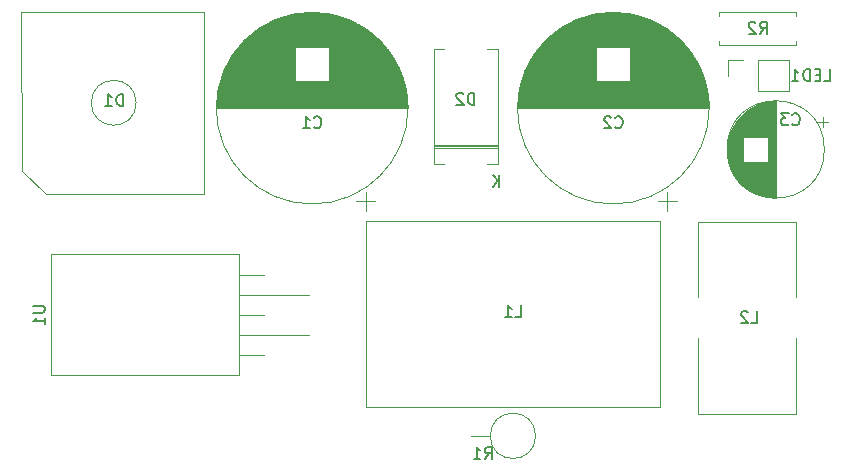
<source format=gbr>
G04 #@! TF.GenerationSoftware,KiCad,Pcbnew,(5.1.5)-3*
G04 #@! TF.CreationDate,2020-11-21T12:26:29+02:00*
G04 #@! TF.ProjectId,c64-wedge-psu-pcb,6336342d-7765-4646-9765-2d7073752d70,rev?*
G04 #@! TF.SameCoordinates,Original*
G04 #@! TF.FileFunction,Legend,Bot*
G04 #@! TF.FilePolarity,Positive*
%FSLAX46Y46*%
G04 Gerber Fmt 4.6, Leading zero omitted, Abs format (unit mm)*
G04 Created by KiCad (PCBNEW (5.1.5)-3) date 2020-11-21 12:26:29*
%MOMM*%
%LPD*%
G04 APERTURE LIST*
%ADD10C,0.120000*%
%ADD11C,0.150000*%
G04 APERTURE END LIST*
D10*
X109290000Y-104150000D02*
X111434000Y-104150000D01*
X109290000Y-102450000D02*
X115235000Y-102450000D01*
X109290000Y-100750000D02*
X111434000Y-100750000D01*
X109290000Y-99050000D02*
X115235000Y-99050000D01*
X109290000Y-97350000D02*
X111450000Y-97350000D01*
X93400000Y-105870000D02*
X109290000Y-105870000D01*
X93400000Y-95629000D02*
X109290000Y-95629000D01*
X93400000Y-95629000D02*
X93400000Y-105870000D01*
X109290000Y-95629000D02*
X109290000Y-105870000D01*
X130580000Y-111000000D02*
X128920000Y-111000000D01*
X134420000Y-111000000D02*
G75*
G03X134420000Y-111000000I-1920000J0D01*
G01*
X146355000Y-91139491D02*
X144755000Y-91139491D01*
X145555000Y-91939491D02*
X145555000Y-90339491D01*
X141765000Y-75169000D02*
X140235000Y-75169000D01*
X142098000Y-75209000D02*
X139902000Y-75209000D01*
X142351000Y-75249000D02*
X139649000Y-75249000D01*
X142564000Y-75289000D02*
X139436000Y-75289000D01*
X142752000Y-75329000D02*
X139248000Y-75329000D01*
X142920000Y-75369000D02*
X139080000Y-75369000D01*
X143074000Y-75409000D02*
X138926000Y-75409000D01*
X143218000Y-75449000D02*
X138782000Y-75449000D01*
X143351000Y-75489000D02*
X138649000Y-75489000D01*
X143478000Y-75529000D02*
X138522000Y-75529000D01*
X143597000Y-75569000D02*
X138403000Y-75569000D01*
X143711000Y-75609000D02*
X138289000Y-75609000D01*
X143820000Y-75649000D02*
X138180000Y-75649000D01*
X143924000Y-75689000D02*
X138076000Y-75689000D01*
X144024000Y-75729000D02*
X137976000Y-75729000D01*
X144120000Y-75769000D02*
X137880000Y-75769000D01*
X144213000Y-75809000D02*
X137787000Y-75809000D01*
X144303000Y-75849000D02*
X137697000Y-75849000D01*
X144390000Y-75889000D02*
X137610000Y-75889000D01*
X144475000Y-75929000D02*
X137525000Y-75929000D01*
X144557000Y-75969000D02*
X137443000Y-75969000D01*
X144637000Y-76009000D02*
X137363000Y-76009000D01*
X144715000Y-76049000D02*
X137285000Y-76049000D01*
X144790000Y-76089000D02*
X137210000Y-76089000D01*
X144864000Y-76129000D02*
X137136000Y-76129000D01*
X144936000Y-76169000D02*
X137064000Y-76169000D01*
X145007000Y-76209000D02*
X136993000Y-76209000D01*
X145076000Y-76249000D02*
X136924000Y-76249000D01*
X145143000Y-76289000D02*
X136857000Y-76289000D01*
X145209000Y-76329000D02*
X136791000Y-76329000D01*
X145273000Y-76369000D02*
X136727000Y-76369000D01*
X145336000Y-76409000D02*
X136664000Y-76409000D01*
X145398000Y-76449000D02*
X136602000Y-76449000D01*
X145459000Y-76489000D02*
X136541000Y-76489000D01*
X145519000Y-76529000D02*
X136481000Y-76529000D01*
X145577000Y-76569000D02*
X136423000Y-76569000D01*
X145634000Y-76609000D02*
X136366000Y-76609000D01*
X145691000Y-76649000D02*
X136309000Y-76649000D01*
X145746000Y-76689000D02*
X136254000Y-76689000D01*
X145800000Y-76729000D02*
X136200000Y-76729000D01*
X145854000Y-76769000D02*
X136146000Y-76769000D01*
X145906000Y-76809000D02*
X136094000Y-76809000D01*
X145958000Y-76849000D02*
X136042000Y-76849000D01*
X146009000Y-76889000D02*
X135991000Y-76889000D01*
X146059000Y-76929000D02*
X135941000Y-76929000D01*
X146108000Y-76969000D02*
X135892000Y-76969000D01*
X146156000Y-77009000D02*
X135844000Y-77009000D01*
X146204000Y-77049000D02*
X135796000Y-77049000D01*
X146251000Y-77089000D02*
X135749000Y-77089000D01*
X146297000Y-77129000D02*
X135703000Y-77129000D01*
X146343000Y-77169000D02*
X135657000Y-77169000D01*
X146388000Y-77209000D02*
X135612000Y-77209000D01*
X146432000Y-77249000D02*
X135568000Y-77249000D01*
X146475000Y-77289000D02*
X135525000Y-77289000D01*
X146518000Y-77329000D02*
X135482000Y-77329000D01*
X146560000Y-77369000D02*
X135440000Y-77369000D01*
X146602000Y-77409000D02*
X135398000Y-77409000D01*
X146643000Y-77449000D02*
X135357000Y-77449000D01*
X146684000Y-77489000D02*
X135316000Y-77489000D01*
X146724000Y-77529000D02*
X135276000Y-77529000D01*
X146763000Y-77569000D02*
X135237000Y-77569000D01*
X146802000Y-77609000D02*
X135198000Y-77609000D01*
X146840000Y-77649000D02*
X135160000Y-77649000D01*
X146878000Y-77689000D02*
X135122000Y-77689000D01*
X146916000Y-77729000D02*
X135084000Y-77729000D01*
X146952000Y-77769000D02*
X135048000Y-77769000D01*
X146989000Y-77809000D02*
X135011000Y-77809000D01*
X147025000Y-77849000D02*
X134975000Y-77849000D01*
X147060000Y-77889000D02*
X134940000Y-77889000D01*
X147095000Y-77929000D02*
X134905000Y-77929000D01*
X147129000Y-77969000D02*
X134871000Y-77969000D01*
X147163000Y-78009000D02*
X134837000Y-78009000D01*
X147197000Y-78049000D02*
X134803000Y-78049000D01*
X139560000Y-78089000D02*
X134770000Y-78089000D01*
X147230000Y-78089000D02*
X142440000Y-78089000D01*
X139560000Y-78129000D02*
X134737000Y-78129000D01*
X147263000Y-78129000D02*
X142440000Y-78129000D01*
X139560000Y-78169000D02*
X134705000Y-78169000D01*
X147295000Y-78169000D02*
X142440000Y-78169000D01*
X139560000Y-78209000D02*
X134673000Y-78209000D01*
X147327000Y-78209000D02*
X142440000Y-78209000D01*
X139560000Y-78249000D02*
X134642000Y-78249000D01*
X147358000Y-78249000D02*
X142440000Y-78249000D01*
X139560000Y-78289000D02*
X134610000Y-78289000D01*
X147390000Y-78289000D02*
X142440000Y-78289000D01*
X139560000Y-78329000D02*
X134580000Y-78329000D01*
X147420000Y-78329000D02*
X142440000Y-78329000D01*
X139560000Y-78369000D02*
X134550000Y-78369000D01*
X147450000Y-78369000D02*
X142440000Y-78369000D01*
X139560000Y-78409000D02*
X134520000Y-78409000D01*
X147480000Y-78409000D02*
X142440000Y-78409000D01*
X139560000Y-78449000D02*
X134490000Y-78449000D01*
X147510000Y-78449000D02*
X142440000Y-78449000D01*
X139560000Y-78489000D02*
X134461000Y-78489000D01*
X147539000Y-78489000D02*
X142440000Y-78489000D01*
X139560000Y-78529000D02*
X134432000Y-78529000D01*
X147568000Y-78529000D02*
X142440000Y-78529000D01*
X139560000Y-78569000D02*
X134404000Y-78569000D01*
X147596000Y-78569000D02*
X142440000Y-78569000D01*
X139560000Y-78609000D02*
X134376000Y-78609000D01*
X147624000Y-78609000D02*
X142440000Y-78609000D01*
X139560000Y-78649000D02*
X134348000Y-78649000D01*
X147652000Y-78649000D02*
X142440000Y-78649000D01*
X139560000Y-78689000D02*
X134321000Y-78689000D01*
X147679000Y-78689000D02*
X142440000Y-78689000D01*
X139560000Y-78729000D02*
X134294000Y-78729000D01*
X147706000Y-78729000D02*
X142440000Y-78729000D01*
X139560000Y-78769000D02*
X134267000Y-78769000D01*
X147733000Y-78769000D02*
X142440000Y-78769000D01*
X139560000Y-78809000D02*
X134241000Y-78809000D01*
X147759000Y-78809000D02*
X142440000Y-78809000D01*
X139560000Y-78849000D02*
X134215000Y-78849000D01*
X147785000Y-78849000D02*
X142440000Y-78849000D01*
X139560000Y-78889000D02*
X134189000Y-78889000D01*
X147811000Y-78889000D02*
X142440000Y-78889000D01*
X139560000Y-78929000D02*
X134164000Y-78929000D01*
X147836000Y-78929000D02*
X142440000Y-78929000D01*
X139560000Y-78969000D02*
X134139000Y-78969000D01*
X147861000Y-78969000D02*
X142440000Y-78969000D01*
X139560000Y-79009000D02*
X134114000Y-79009000D01*
X147886000Y-79009000D02*
X142440000Y-79009000D01*
X139560000Y-79049000D02*
X134090000Y-79049000D01*
X147910000Y-79049000D02*
X142440000Y-79049000D01*
X139560000Y-79089000D02*
X134066000Y-79089000D01*
X147934000Y-79089000D02*
X142440000Y-79089000D01*
X139560000Y-79129000D02*
X134042000Y-79129000D01*
X147958000Y-79129000D02*
X142440000Y-79129000D01*
X139560000Y-79169000D02*
X134019000Y-79169000D01*
X147981000Y-79169000D02*
X142440000Y-79169000D01*
X139560000Y-79209000D02*
X133996000Y-79209000D01*
X148004000Y-79209000D02*
X142440000Y-79209000D01*
X139560000Y-79249000D02*
X133973000Y-79249000D01*
X148027000Y-79249000D02*
X142440000Y-79249000D01*
X139560000Y-79289000D02*
X133951000Y-79289000D01*
X148049000Y-79289000D02*
X142440000Y-79289000D01*
X139560000Y-79329000D02*
X133928000Y-79329000D01*
X148072000Y-79329000D02*
X142440000Y-79329000D01*
X139560000Y-79369000D02*
X133906000Y-79369000D01*
X148094000Y-79369000D02*
X142440000Y-79369000D01*
X139560000Y-79409000D02*
X133885000Y-79409000D01*
X148115000Y-79409000D02*
X142440000Y-79409000D01*
X139560000Y-79449000D02*
X133864000Y-79449000D01*
X148136000Y-79449000D02*
X142440000Y-79449000D01*
X139560000Y-79489000D02*
X133843000Y-79489000D01*
X148157000Y-79489000D02*
X142440000Y-79489000D01*
X139560000Y-79529000D02*
X133822000Y-79529000D01*
X148178000Y-79529000D02*
X142440000Y-79529000D01*
X139560000Y-79569000D02*
X133801000Y-79569000D01*
X148199000Y-79569000D02*
X142440000Y-79569000D01*
X139560000Y-79609000D02*
X133781000Y-79609000D01*
X148219000Y-79609000D02*
X142440000Y-79609000D01*
X139560000Y-79649000D02*
X133761000Y-79649000D01*
X148239000Y-79649000D02*
X142440000Y-79649000D01*
X139560000Y-79689000D02*
X133742000Y-79689000D01*
X148258000Y-79689000D02*
X142440000Y-79689000D01*
X139560000Y-79729000D02*
X133722000Y-79729000D01*
X148278000Y-79729000D02*
X142440000Y-79729000D01*
X139560000Y-79769000D02*
X133703000Y-79769000D01*
X148297000Y-79769000D02*
X142440000Y-79769000D01*
X139560000Y-79809000D02*
X133684000Y-79809000D01*
X148316000Y-79809000D02*
X142440000Y-79809000D01*
X139560000Y-79849000D02*
X133666000Y-79849000D01*
X148334000Y-79849000D02*
X142440000Y-79849000D01*
X139560000Y-79889000D02*
X133647000Y-79889000D01*
X148353000Y-79889000D02*
X142440000Y-79889000D01*
X139560000Y-79929000D02*
X133629000Y-79929000D01*
X148371000Y-79929000D02*
X142440000Y-79929000D01*
X139560000Y-79969000D02*
X133611000Y-79969000D01*
X148389000Y-79969000D02*
X142440000Y-79969000D01*
X139560000Y-80009000D02*
X133594000Y-80009000D01*
X148406000Y-80009000D02*
X142440000Y-80009000D01*
X139560000Y-80049000D02*
X133577000Y-80049000D01*
X148423000Y-80049000D02*
X142440000Y-80049000D01*
X139560000Y-80089000D02*
X133560000Y-80089000D01*
X148440000Y-80089000D02*
X142440000Y-80089000D01*
X139560000Y-80129000D02*
X133543000Y-80129000D01*
X148457000Y-80129000D02*
X142440000Y-80129000D01*
X139560000Y-80169000D02*
X133526000Y-80169000D01*
X148474000Y-80169000D02*
X142440000Y-80169000D01*
X139560000Y-80209000D02*
X133510000Y-80209000D01*
X148490000Y-80209000D02*
X142440000Y-80209000D01*
X139560000Y-80249000D02*
X133494000Y-80249000D01*
X148506000Y-80249000D02*
X142440000Y-80249000D01*
X139560000Y-80289000D02*
X133478000Y-80289000D01*
X148522000Y-80289000D02*
X142440000Y-80289000D01*
X139560000Y-80329000D02*
X133463000Y-80329000D01*
X148537000Y-80329000D02*
X142440000Y-80329000D01*
X139560000Y-80369000D02*
X133447000Y-80369000D01*
X148553000Y-80369000D02*
X142440000Y-80369000D01*
X139560000Y-80409000D02*
X133432000Y-80409000D01*
X148568000Y-80409000D02*
X142440000Y-80409000D01*
X139560000Y-80449000D02*
X133418000Y-80449000D01*
X148582000Y-80449000D02*
X142440000Y-80449000D01*
X139560000Y-80489000D02*
X133403000Y-80489000D01*
X148597000Y-80489000D02*
X142440000Y-80489000D01*
X139560000Y-80529000D02*
X133389000Y-80529000D01*
X148611000Y-80529000D02*
X142440000Y-80529000D01*
X139560000Y-80569000D02*
X133375000Y-80569000D01*
X148625000Y-80569000D02*
X142440000Y-80569000D01*
X139560000Y-80609000D02*
X133361000Y-80609000D01*
X148639000Y-80609000D02*
X142440000Y-80609000D01*
X139560000Y-80649000D02*
X133347000Y-80649000D01*
X148653000Y-80649000D02*
X142440000Y-80649000D01*
X139560000Y-80689000D02*
X133334000Y-80689000D01*
X148666000Y-80689000D02*
X142440000Y-80689000D01*
X139560000Y-80729000D02*
X133320000Y-80729000D01*
X148680000Y-80729000D02*
X142440000Y-80729000D01*
X139560000Y-80769000D02*
X133307000Y-80769000D01*
X148693000Y-80769000D02*
X142440000Y-80769000D01*
X139560000Y-80809000D02*
X133295000Y-80809000D01*
X148705000Y-80809000D02*
X142440000Y-80809000D01*
X139560000Y-80849000D02*
X133282000Y-80849000D01*
X148718000Y-80849000D02*
X142440000Y-80849000D01*
X139560000Y-80889000D02*
X133270000Y-80889000D01*
X148730000Y-80889000D02*
X142440000Y-80889000D01*
X139560000Y-80929000D02*
X133258000Y-80929000D01*
X148742000Y-80929000D02*
X142440000Y-80929000D01*
X148754000Y-80969000D02*
X133246000Y-80969000D01*
X148765000Y-81009000D02*
X133235000Y-81009000D01*
X148777000Y-81049000D02*
X133223000Y-81049000D01*
X148788000Y-81089000D02*
X133212000Y-81089000D01*
X148799000Y-81129000D02*
X133201000Y-81129000D01*
X148810000Y-81169000D02*
X133190000Y-81169000D01*
X148820000Y-81209000D02*
X133180000Y-81209000D01*
X148830000Y-81249000D02*
X133170000Y-81249000D01*
X148840000Y-81289000D02*
X133160000Y-81289000D01*
X148850000Y-81329000D02*
X133150000Y-81329000D01*
X148860000Y-81369000D02*
X133140000Y-81369000D01*
X148869000Y-81409000D02*
X133131000Y-81409000D01*
X148878000Y-81449000D02*
X133122000Y-81449000D01*
X148887000Y-81489000D02*
X133113000Y-81489000D01*
X148896000Y-81529000D02*
X133104000Y-81529000D01*
X148905000Y-81569000D02*
X133095000Y-81569000D01*
X148913000Y-81609000D02*
X133087000Y-81609000D01*
X148921000Y-81649000D02*
X133079000Y-81649000D01*
X148929000Y-81689000D02*
X133071000Y-81689000D01*
X148937000Y-81729000D02*
X133063000Y-81729000D01*
X148944000Y-81769000D02*
X133056000Y-81769000D01*
X148952000Y-81809000D02*
X133048000Y-81809000D01*
X148959000Y-81849000D02*
X133041000Y-81849000D01*
X148966000Y-81889000D02*
X133034000Y-81889000D01*
X148972000Y-81929000D02*
X133028000Y-81929000D01*
X148979000Y-81969000D02*
X133021000Y-81969000D01*
X148985000Y-82009000D02*
X133015000Y-82009000D01*
X148991000Y-82049000D02*
X133009000Y-82049000D01*
X148997000Y-82089000D02*
X133003000Y-82089000D01*
X149003000Y-82129000D02*
X132997000Y-82129000D01*
X149008000Y-82169000D02*
X132992000Y-82169000D01*
X149014000Y-82209000D02*
X132986000Y-82209000D01*
X149019000Y-82249000D02*
X132981000Y-82249000D01*
X149024000Y-82289000D02*
X132976000Y-82289000D01*
X149028000Y-82329000D02*
X132972000Y-82329000D01*
X149033000Y-82369000D02*
X132967000Y-82369000D01*
X149037000Y-82409000D02*
X132963000Y-82409000D01*
X149041000Y-82449000D02*
X132959000Y-82449000D01*
X149045000Y-82489000D02*
X132955000Y-82489000D01*
X149049000Y-82529000D02*
X132951000Y-82529000D01*
X149052000Y-82570000D02*
X132948000Y-82570000D01*
X149055000Y-82610000D02*
X132945000Y-82610000D01*
X149058000Y-82650000D02*
X132942000Y-82650000D01*
X149061000Y-82690000D02*
X132939000Y-82690000D01*
X149064000Y-82730000D02*
X132936000Y-82730000D01*
X149066000Y-82770000D02*
X132934000Y-82770000D01*
X149069000Y-82810000D02*
X132931000Y-82810000D01*
X149071000Y-82850000D02*
X132929000Y-82850000D01*
X149073000Y-82890000D02*
X132927000Y-82890000D01*
X149074000Y-82930000D02*
X132926000Y-82930000D01*
X149076000Y-82970000D02*
X132924000Y-82970000D01*
X149077000Y-83010000D02*
X132923000Y-83010000D01*
X149078000Y-83050000D02*
X132922000Y-83050000D01*
X149079000Y-83090000D02*
X132921000Y-83090000D01*
X149080000Y-83130000D02*
X132920000Y-83130000D01*
X149080000Y-83170000D02*
X132920000Y-83170000D01*
X149080000Y-83210000D02*
X132920000Y-83210000D01*
X149081000Y-83250000D02*
X132919000Y-83250000D01*
X149120000Y-83250000D02*
G75*
G03X149120000Y-83250000I-8120000J0D01*
G01*
X120855000Y-91139491D02*
X119255000Y-91139491D01*
X120055000Y-91939491D02*
X120055000Y-90339491D01*
X116265000Y-75169000D02*
X114735000Y-75169000D01*
X116598000Y-75209000D02*
X114402000Y-75209000D01*
X116851000Y-75249000D02*
X114149000Y-75249000D01*
X117064000Y-75289000D02*
X113936000Y-75289000D01*
X117252000Y-75329000D02*
X113748000Y-75329000D01*
X117420000Y-75369000D02*
X113580000Y-75369000D01*
X117574000Y-75409000D02*
X113426000Y-75409000D01*
X117718000Y-75449000D02*
X113282000Y-75449000D01*
X117851000Y-75489000D02*
X113149000Y-75489000D01*
X117978000Y-75529000D02*
X113022000Y-75529000D01*
X118097000Y-75569000D02*
X112903000Y-75569000D01*
X118211000Y-75609000D02*
X112789000Y-75609000D01*
X118320000Y-75649000D02*
X112680000Y-75649000D01*
X118424000Y-75689000D02*
X112576000Y-75689000D01*
X118524000Y-75729000D02*
X112476000Y-75729000D01*
X118620000Y-75769000D02*
X112380000Y-75769000D01*
X118713000Y-75809000D02*
X112287000Y-75809000D01*
X118803000Y-75849000D02*
X112197000Y-75849000D01*
X118890000Y-75889000D02*
X112110000Y-75889000D01*
X118975000Y-75929000D02*
X112025000Y-75929000D01*
X119057000Y-75969000D02*
X111943000Y-75969000D01*
X119137000Y-76009000D02*
X111863000Y-76009000D01*
X119215000Y-76049000D02*
X111785000Y-76049000D01*
X119290000Y-76089000D02*
X111710000Y-76089000D01*
X119364000Y-76129000D02*
X111636000Y-76129000D01*
X119436000Y-76169000D02*
X111564000Y-76169000D01*
X119507000Y-76209000D02*
X111493000Y-76209000D01*
X119576000Y-76249000D02*
X111424000Y-76249000D01*
X119643000Y-76289000D02*
X111357000Y-76289000D01*
X119709000Y-76329000D02*
X111291000Y-76329000D01*
X119773000Y-76369000D02*
X111227000Y-76369000D01*
X119836000Y-76409000D02*
X111164000Y-76409000D01*
X119898000Y-76449000D02*
X111102000Y-76449000D01*
X119959000Y-76489000D02*
X111041000Y-76489000D01*
X120019000Y-76529000D02*
X110981000Y-76529000D01*
X120077000Y-76569000D02*
X110923000Y-76569000D01*
X120134000Y-76609000D02*
X110866000Y-76609000D01*
X120191000Y-76649000D02*
X110809000Y-76649000D01*
X120246000Y-76689000D02*
X110754000Y-76689000D01*
X120300000Y-76729000D02*
X110700000Y-76729000D01*
X120354000Y-76769000D02*
X110646000Y-76769000D01*
X120406000Y-76809000D02*
X110594000Y-76809000D01*
X120458000Y-76849000D02*
X110542000Y-76849000D01*
X120509000Y-76889000D02*
X110491000Y-76889000D01*
X120559000Y-76929000D02*
X110441000Y-76929000D01*
X120608000Y-76969000D02*
X110392000Y-76969000D01*
X120656000Y-77009000D02*
X110344000Y-77009000D01*
X120704000Y-77049000D02*
X110296000Y-77049000D01*
X120751000Y-77089000D02*
X110249000Y-77089000D01*
X120797000Y-77129000D02*
X110203000Y-77129000D01*
X120843000Y-77169000D02*
X110157000Y-77169000D01*
X120888000Y-77209000D02*
X110112000Y-77209000D01*
X120932000Y-77249000D02*
X110068000Y-77249000D01*
X120975000Y-77289000D02*
X110025000Y-77289000D01*
X121018000Y-77329000D02*
X109982000Y-77329000D01*
X121060000Y-77369000D02*
X109940000Y-77369000D01*
X121102000Y-77409000D02*
X109898000Y-77409000D01*
X121143000Y-77449000D02*
X109857000Y-77449000D01*
X121184000Y-77489000D02*
X109816000Y-77489000D01*
X121224000Y-77529000D02*
X109776000Y-77529000D01*
X121263000Y-77569000D02*
X109737000Y-77569000D01*
X121302000Y-77609000D02*
X109698000Y-77609000D01*
X121340000Y-77649000D02*
X109660000Y-77649000D01*
X121378000Y-77689000D02*
X109622000Y-77689000D01*
X121416000Y-77729000D02*
X109584000Y-77729000D01*
X121452000Y-77769000D02*
X109548000Y-77769000D01*
X121489000Y-77809000D02*
X109511000Y-77809000D01*
X121525000Y-77849000D02*
X109475000Y-77849000D01*
X121560000Y-77889000D02*
X109440000Y-77889000D01*
X121595000Y-77929000D02*
X109405000Y-77929000D01*
X121629000Y-77969000D02*
X109371000Y-77969000D01*
X121663000Y-78009000D02*
X109337000Y-78009000D01*
X121697000Y-78049000D02*
X109303000Y-78049000D01*
X114060000Y-78089000D02*
X109270000Y-78089000D01*
X121730000Y-78089000D02*
X116940000Y-78089000D01*
X114060000Y-78129000D02*
X109237000Y-78129000D01*
X121763000Y-78129000D02*
X116940000Y-78129000D01*
X114060000Y-78169000D02*
X109205000Y-78169000D01*
X121795000Y-78169000D02*
X116940000Y-78169000D01*
X114060000Y-78209000D02*
X109173000Y-78209000D01*
X121827000Y-78209000D02*
X116940000Y-78209000D01*
X114060000Y-78249000D02*
X109142000Y-78249000D01*
X121858000Y-78249000D02*
X116940000Y-78249000D01*
X114060000Y-78289000D02*
X109110000Y-78289000D01*
X121890000Y-78289000D02*
X116940000Y-78289000D01*
X114060000Y-78329000D02*
X109080000Y-78329000D01*
X121920000Y-78329000D02*
X116940000Y-78329000D01*
X114060000Y-78369000D02*
X109050000Y-78369000D01*
X121950000Y-78369000D02*
X116940000Y-78369000D01*
X114060000Y-78409000D02*
X109020000Y-78409000D01*
X121980000Y-78409000D02*
X116940000Y-78409000D01*
X114060000Y-78449000D02*
X108990000Y-78449000D01*
X122010000Y-78449000D02*
X116940000Y-78449000D01*
X114060000Y-78489000D02*
X108961000Y-78489000D01*
X122039000Y-78489000D02*
X116940000Y-78489000D01*
X114060000Y-78529000D02*
X108932000Y-78529000D01*
X122068000Y-78529000D02*
X116940000Y-78529000D01*
X114060000Y-78569000D02*
X108904000Y-78569000D01*
X122096000Y-78569000D02*
X116940000Y-78569000D01*
X114060000Y-78609000D02*
X108876000Y-78609000D01*
X122124000Y-78609000D02*
X116940000Y-78609000D01*
X114060000Y-78649000D02*
X108848000Y-78649000D01*
X122152000Y-78649000D02*
X116940000Y-78649000D01*
X114060000Y-78689000D02*
X108821000Y-78689000D01*
X122179000Y-78689000D02*
X116940000Y-78689000D01*
X114060000Y-78729000D02*
X108794000Y-78729000D01*
X122206000Y-78729000D02*
X116940000Y-78729000D01*
X114060000Y-78769000D02*
X108767000Y-78769000D01*
X122233000Y-78769000D02*
X116940000Y-78769000D01*
X114060000Y-78809000D02*
X108741000Y-78809000D01*
X122259000Y-78809000D02*
X116940000Y-78809000D01*
X114060000Y-78849000D02*
X108715000Y-78849000D01*
X122285000Y-78849000D02*
X116940000Y-78849000D01*
X114060000Y-78889000D02*
X108689000Y-78889000D01*
X122311000Y-78889000D02*
X116940000Y-78889000D01*
X114060000Y-78929000D02*
X108664000Y-78929000D01*
X122336000Y-78929000D02*
X116940000Y-78929000D01*
X114060000Y-78969000D02*
X108639000Y-78969000D01*
X122361000Y-78969000D02*
X116940000Y-78969000D01*
X114060000Y-79009000D02*
X108614000Y-79009000D01*
X122386000Y-79009000D02*
X116940000Y-79009000D01*
X114060000Y-79049000D02*
X108590000Y-79049000D01*
X122410000Y-79049000D02*
X116940000Y-79049000D01*
X114060000Y-79089000D02*
X108566000Y-79089000D01*
X122434000Y-79089000D02*
X116940000Y-79089000D01*
X114060000Y-79129000D02*
X108542000Y-79129000D01*
X122458000Y-79129000D02*
X116940000Y-79129000D01*
X114060000Y-79169000D02*
X108519000Y-79169000D01*
X122481000Y-79169000D02*
X116940000Y-79169000D01*
X114060000Y-79209000D02*
X108496000Y-79209000D01*
X122504000Y-79209000D02*
X116940000Y-79209000D01*
X114060000Y-79249000D02*
X108473000Y-79249000D01*
X122527000Y-79249000D02*
X116940000Y-79249000D01*
X114060000Y-79289000D02*
X108451000Y-79289000D01*
X122549000Y-79289000D02*
X116940000Y-79289000D01*
X114060000Y-79329000D02*
X108428000Y-79329000D01*
X122572000Y-79329000D02*
X116940000Y-79329000D01*
X114060000Y-79369000D02*
X108406000Y-79369000D01*
X122594000Y-79369000D02*
X116940000Y-79369000D01*
X114060000Y-79409000D02*
X108385000Y-79409000D01*
X122615000Y-79409000D02*
X116940000Y-79409000D01*
X114060000Y-79449000D02*
X108364000Y-79449000D01*
X122636000Y-79449000D02*
X116940000Y-79449000D01*
X114060000Y-79489000D02*
X108343000Y-79489000D01*
X122657000Y-79489000D02*
X116940000Y-79489000D01*
X114060000Y-79529000D02*
X108322000Y-79529000D01*
X122678000Y-79529000D02*
X116940000Y-79529000D01*
X114060000Y-79569000D02*
X108301000Y-79569000D01*
X122699000Y-79569000D02*
X116940000Y-79569000D01*
X114060000Y-79609000D02*
X108281000Y-79609000D01*
X122719000Y-79609000D02*
X116940000Y-79609000D01*
X114060000Y-79649000D02*
X108261000Y-79649000D01*
X122739000Y-79649000D02*
X116940000Y-79649000D01*
X114060000Y-79689000D02*
X108242000Y-79689000D01*
X122758000Y-79689000D02*
X116940000Y-79689000D01*
X114060000Y-79729000D02*
X108222000Y-79729000D01*
X122778000Y-79729000D02*
X116940000Y-79729000D01*
X114060000Y-79769000D02*
X108203000Y-79769000D01*
X122797000Y-79769000D02*
X116940000Y-79769000D01*
X114060000Y-79809000D02*
X108184000Y-79809000D01*
X122816000Y-79809000D02*
X116940000Y-79809000D01*
X114060000Y-79849000D02*
X108166000Y-79849000D01*
X122834000Y-79849000D02*
X116940000Y-79849000D01*
X114060000Y-79889000D02*
X108147000Y-79889000D01*
X122853000Y-79889000D02*
X116940000Y-79889000D01*
X114060000Y-79929000D02*
X108129000Y-79929000D01*
X122871000Y-79929000D02*
X116940000Y-79929000D01*
X114060000Y-79969000D02*
X108111000Y-79969000D01*
X122889000Y-79969000D02*
X116940000Y-79969000D01*
X114060000Y-80009000D02*
X108094000Y-80009000D01*
X122906000Y-80009000D02*
X116940000Y-80009000D01*
X114060000Y-80049000D02*
X108077000Y-80049000D01*
X122923000Y-80049000D02*
X116940000Y-80049000D01*
X114060000Y-80089000D02*
X108060000Y-80089000D01*
X122940000Y-80089000D02*
X116940000Y-80089000D01*
X114060000Y-80129000D02*
X108043000Y-80129000D01*
X122957000Y-80129000D02*
X116940000Y-80129000D01*
X114060000Y-80169000D02*
X108026000Y-80169000D01*
X122974000Y-80169000D02*
X116940000Y-80169000D01*
X114060000Y-80209000D02*
X108010000Y-80209000D01*
X122990000Y-80209000D02*
X116940000Y-80209000D01*
X114060000Y-80249000D02*
X107994000Y-80249000D01*
X123006000Y-80249000D02*
X116940000Y-80249000D01*
X114060000Y-80289000D02*
X107978000Y-80289000D01*
X123022000Y-80289000D02*
X116940000Y-80289000D01*
X114060000Y-80329000D02*
X107963000Y-80329000D01*
X123037000Y-80329000D02*
X116940000Y-80329000D01*
X114060000Y-80369000D02*
X107947000Y-80369000D01*
X123053000Y-80369000D02*
X116940000Y-80369000D01*
X114060000Y-80409000D02*
X107932000Y-80409000D01*
X123068000Y-80409000D02*
X116940000Y-80409000D01*
X114060000Y-80449000D02*
X107918000Y-80449000D01*
X123082000Y-80449000D02*
X116940000Y-80449000D01*
X114060000Y-80489000D02*
X107903000Y-80489000D01*
X123097000Y-80489000D02*
X116940000Y-80489000D01*
X114060000Y-80529000D02*
X107889000Y-80529000D01*
X123111000Y-80529000D02*
X116940000Y-80529000D01*
X114060000Y-80569000D02*
X107875000Y-80569000D01*
X123125000Y-80569000D02*
X116940000Y-80569000D01*
X114060000Y-80609000D02*
X107861000Y-80609000D01*
X123139000Y-80609000D02*
X116940000Y-80609000D01*
X114060000Y-80649000D02*
X107847000Y-80649000D01*
X123153000Y-80649000D02*
X116940000Y-80649000D01*
X114060000Y-80689000D02*
X107834000Y-80689000D01*
X123166000Y-80689000D02*
X116940000Y-80689000D01*
X114060000Y-80729000D02*
X107820000Y-80729000D01*
X123180000Y-80729000D02*
X116940000Y-80729000D01*
X114060000Y-80769000D02*
X107807000Y-80769000D01*
X123193000Y-80769000D02*
X116940000Y-80769000D01*
X114060000Y-80809000D02*
X107795000Y-80809000D01*
X123205000Y-80809000D02*
X116940000Y-80809000D01*
X114060000Y-80849000D02*
X107782000Y-80849000D01*
X123218000Y-80849000D02*
X116940000Y-80849000D01*
X114060000Y-80889000D02*
X107770000Y-80889000D01*
X123230000Y-80889000D02*
X116940000Y-80889000D01*
X114060000Y-80929000D02*
X107758000Y-80929000D01*
X123242000Y-80929000D02*
X116940000Y-80929000D01*
X123254000Y-80969000D02*
X107746000Y-80969000D01*
X123265000Y-81009000D02*
X107735000Y-81009000D01*
X123277000Y-81049000D02*
X107723000Y-81049000D01*
X123288000Y-81089000D02*
X107712000Y-81089000D01*
X123299000Y-81129000D02*
X107701000Y-81129000D01*
X123310000Y-81169000D02*
X107690000Y-81169000D01*
X123320000Y-81209000D02*
X107680000Y-81209000D01*
X123330000Y-81249000D02*
X107670000Y-81249000D01*
X123340000Y-81289000D02*
X107660000Y-81289000D01*
X123350000Y-81329000D02*
X107650000Y-81329000D01*
X123360000Y-81369000D02*
X107640000Y-81369000D01*
X123369000Y-81409000D02*
X107631000Y-81409000D01*
X123378000Y-81449000D02*
X107622000Y-81449000D01*
X123387000Y-81489000D02*
X107613000Y-81489000D01*
X123396000Y-81529000D02*
X107604000Y-81529000D01*
X123405000Y-81569000D02*
X107595000Y-81569000D01*
X123413000Y-81609000D02*
X107587000Y-81609000D01*
X123421000Y-81649000D02*
X107579000Y-81649000D01*
X123429000Y-81689000D02*
X107571000Y-81689000D01*
X123437000Y-81729000D02*
X107563000Y-81729000D01*
X123444000Y-81769000D02*
X107556000Y-81769000D01*
X123452000Y-81809000D02*
X107548000Y-81809000D01*
X123459000Y-81849000D02*
X107541000Y-81849000D01*
X123466000Y-81889000D02*
X107534000Y-81889000D01*
X123472000Y-81929000D02*
X107528000Y-81929000D01*
X123479000Y-81969000D02*
X107521000Y-81969000D01*
X123485000Y-82009000D02*
X107515000Y-82009000D01*
X123491000Y-82049000D02*
X107509000Y-82049000D01*
X123497000Y-82089000D02*
X107503000Y-82089000D01*
X123503000Y-82129000D02*
X107497000Y-82129000D01*
X123508000Y-82169000D02*
X107492000Y-82169000D01*
X123514000Y-82209000D02*
X107486000Y-82209000D01*
X123519000Y-82249000D02*
X107481000Y-82249000D01*
X123524000Y-82289000D02*
X107476000Y-82289000D01*
X123528000Y-82329000D02*
X107472000Y-82329000D01*
X123533000Y-82369000D02*
X107467000Y-82369000D01*
X123537000Y-82409000D02*
X107463000Y-82409000D01*
X123541000Y-82449000D02*
X107459000Y-82449000D01*
X123545000Y-82489000D02*
X107455000Y-82489000D01*
X123549000Y-82529000D02*
X107451000Y-82529000D01*
X123552000Y-82570000D02*
X107448000Y-82570000D01*
X123555000Y-82610000D02*
X107445000Y-82610000D01*
X123558000Y-82650000D02*
X107442000Y-82650000D01*
X123561000Y-82690000D02*
X107439000Y-82690000D01*
X123564000Y-82730000D02*
X107436000Y-82730000D01*
X123566000Y-82770000D02*
X107434000Y-82770000D01*
X123569000Y-82810000D02*
X107431000Y-82810000D01*
X123571000Y-82850000D02*
X107429000Y-82850000D01*
X123573000Y-82890000D02*
X107427000Y-82890000D01*
X123574000Y-82930000D02*
X107426000Y-82930000D01*
X123576000Y-82970000D02*
X107424000Y-82970000D01*
X123577000Y-83010000D02*
X107423000Y-83010000D01*
X123578000Y-83050000D02*
X107422000Y-83050000D01*
X123579000Y-83090000D02*
X107421000Y-83090000D01*
X123580000Y-83130000D02*
X107420000Y-83130000D01*
X123580000Y-83170000D02*
X107420000Y-83170000D01*
X123580000Y-83210000D02*
X107420000Y-83210000D01*
X123581000Y-83250000D02*
X107419000Y-83250000D01*
X123620000Y-83250000D02*
G75*
G03X123620000Y-83250000I-8120000J0D01*
G01*
X148190000Y-109120000D02*
X156430000Y-109120000D01*
X148190000Y-92880000D02*
X156430000Y-92880000D01*
X156430000Y-102742000D02*
X156430000Y-109120000D01*
X156430000Y-92880000D02*
X156430000Y-99258000D01*
X148190000Y-102742000D02*
X148190000Y-109120000D01*
X148190000Y-92880000D02*
X148190000Y-99258000D01*
X158759698Y-84035000D02*
X158759698Y-84835000D01*
X159159698Y-84435000D02*
X158359698Y-84435000D01*
X150669000Y-86217000D02*
X150669000Y-87283000D01*
X150709000Y-85982000D02*
X150709000Y-87518000D01*
X150749000Y-85802000D02*
X150749000Y-87698000D01*
X150789000Y-85652000D02*
X150789000Y-87848000D01*
X150829000Y-85521000D02*
X150829000Y-87979000D01*
X150869000Y-85404000D02*
X150869000Y-88096000D01*
X150909000Y-85297000D02*
X150909000Y-88203000D01*
X150949000Y-85198000D02*
X150949000Y-88302000D01*
X150989000Y-85105000D02*
X150989000Y-88395000D01*
X151029000Y-85019000D02*
X151029000Y-88481000D01*
X151069000Y-84937000D02*
X151069000Y-88563000D01*
X151109000Y-84860000D02*
X151109000Y-88640000D01*
X151149000Y-84786000D02*
X151149000Y-88714000D01*
X151189000Y-84716000D02*
X151189000Y-88784000D01*
X151229000Y-84648000D02*
X151229000Y-88852000D01*
X151269000Y-84584000D02*
X151269000Y-88916000D01*
X151309000Y-84522000D02*
X151309000Y-88978000D01*
X151349000Y-84463000D02*
X151349000Y-89037000D01*
X151389000Y-84405000D02*
X151389000Y-89095000D01*
X151429000Y-84350000D02*
X151429000Y-89150000D01*
X151469000Y-84296000D02*
X151469000Y-89204000D01*
X151509000Y-84245000D02*
X151509000Y-89255000D01*
X151549000Y-84194000D02*
X151549000Y-89306000D01*
X151589000Y-84146000D02*
X151589000Y-89354000D01*
X151629000Y-84099000D02*
X151629000Y-89401000D01*
X151669000Y-84053000D02*
X151669000Y-89447000D01*
X151709000Y-84009000D02*
X151709000Y-89491000D01*
X151749000Y-83966000D02*
X151749000Y-89534000D01*
X151789000Y-83924000D02*
X151789000Y-89576000D01*
X151829000Y-83883000D02*
X151829000Y-89617000D01*
X151869000Y-83843000D02*
X151869000Y-89657000D01*
X151909000Y-83805000D02*
X151909000Y-89695000D01*
X151949000Y-83767000D02*
X151949000Y-89733000D01*
X151989000Y-87790000D02*
X151989000Y-89769000D01*
X151989000Y-83731000D02*
X151989000Y-85710000D01*
X152029000Y-87790000D02*
X152029000Y-89805000D01*
X152029000Y-83695000D02*
X152029000Y-85710000D01*
X152069000Y-87790000D02*
X152069000Y-89840000D01*
X152069000Y-83660000D02*
X152069000Y-85710000D01*
X152109000Y-87790000D02*
X152109000Y-89874000D01*
X152109000Y-83626000D02*
X152109000Y-85710000D01*
X152149000Y-87790000D02*
X152149000Y-89906000D01*
X152149000Y-83594000D02*
X152149000Y-85710000D01*
X152189000Y-87790000D02*
X152189000Y-89939000D01*
X152189000Y-83561000D02*
X152189000Y-85710000D01*
X152229000Y-87790000D02*
X152229000Y-89970000D01*
X152229000Y-83530000D02*
X152229000Y-85710000D01*
X152269000Y-87790000D02*
X152269000Y-90000000D01*
X152269000Y-83500000D02*
X152269000Y-85710000D01*
X152309000Y-87790000D02*
X152309000Y-90030000D01*
X152309000Y-83470000D02*
X152309000Y-85710000D01*
X152349000Y-87790000D02*
X152349000Y-90059000D01*
X152349000Y-83441000D02*
X152349000Y-85710000D01*
X152389000Y-87790000D02*
X152389000Y-90088000D01*
X152389000Y-83412000D02*
X152389000Y-85710000D01*
X152429000Y-87790000D02*
X152429000Y-90115000D01*
X152429000Y-83385000D02*
X152429000Y-85710000D01*
X152469000Y-87790000D02*
X152469000Y-90142000D01*
X152469000Y-83358000D02*
X152469000Y-85710000D01*
X152509000Y-87790000D02*
X152509000Y-90168000D01*
X152509000Y-83332000D02*
X152509000Y-85710000D01*
X152549000Y-87790000D02*
X152549000Y-90194000D01*
X152549000Y-83306000D02*
X152549000Y-85710000D01*
X152589000Y-87790000D02*
X152589000Y-90219000D01*
X152589000Y-83281000D02*
X152589000Y-85710000D01*
X152629000Y-87790000D02*
X152629000Y-90243000D01*
X152629000Y-83257000D02*
X152629000Y-85710000D01*
X152669000Y-87790000D02*
X152669000Y-90267000D01*
X152669000Y-83233000D02*
X152669000Y-85710000D01*
X152709000Y-87790000D02*
X152709000Y-90290000D01*
X152709000Y-83210000D02*
X152709000Y-85710000D01*
X152749000Y-87790000D02*
X152749000Y-90312000D01*
X152749000Y-83188000D02*
X152749000Y-85710000D01*
X152789000Y-87790000D02*
X152789000Y-90334000D01*
X152789000Y-83166000D02*
X152789000Y-85710000D01*
X152829000Y-87790000D02*
X152829000Y-90356000D01*
X152829000Y-83144000D02*
X152829000Y-85710000D01*
X152869000Y-87790000D02*
X152869000Y-90377000D01*
X152869000Y-83123000D02*
X152869000Y-85710000D01*
X152909000Y-87790000D02*
X152909000Y-90397000D01*
X152909000Y-83103000D02*
X152909000Y-85710000D01*
X152949000Y-87790000D02*
X152949000Y-90416000D01*
X152949000Y-83084000D02*
X152949000Y-85710000D01*
X152989000Y-87790000D02*
X152989000Y-90436000D01*
X152989000Y-83064000D02*
X152989000Y-85710000D01*
X153029000Y-87790000D02*
X153029000Y-90454000D01*
X153029000Y-83046000D02*
X153029000Y-85710000D01*
X153069000Y-87790000D02*
X153069000Y-90472000D01*
X153069000Y-83028000D02*
X153069000Y-85710000D01*
X153109000Y-87790000D02*
X153109000Y-90490000D01*
X153109000Y-83010000D02*
X153109000Y-85710000D01*
X153149000Y-87790000D02*
X153149000Y-90507000D01*
X153149000Y-82993000D02*
X153149000Y-85710000D01*
X153189000Y-87790000D02*
X153189000Y-90524000D01*
X153189000Y-82976000D02*
X153189000Y-85710000D01*
X153229000Y-87790000D02*
X153229000Y-90540000D01*
X153229000Y-82960000D02*
X153229000Y-85710000D01*
X153269000Y-87790000D02*
X153269000Y-90555000D01*
X153269000Y-82945000D02*
X153269000Y-85710000D01*
X153309000Y-87790000D02*
X153309000Y-90571000D01*
X153309000Y-82929000D02*
X153309000Y-85710000D01*
X153349000Y-87790000D02*
X153349000Y-90585000D01*
X153349000Y-82915000D02*
X153349000Y-85710000D01*
X153389000Y-87790000D02*
X153389000Y-90600000D01*
X153389000Y-82900000D02*
X153389000Y-85710000D01*
X153429000Y-87790000D02*
X153429000Y-90613000D01*
X153429000Y-82887000D02*
X153429000Y-85710000D01*
X153469000Y-87790000D02*
X153469000Y-90627000D01*
X153469000Y-82873000D02*
X153469000Y-85710000D01*
X153509000Y-87790000D02*
X153509000Y-90639000D01*
X153509000Y-82861000D02*
X153509000Y-85710000D01*
X153549000Y-87790000D02*
X153549000Y-90652000D01*
X153549000Y-82848000D02*
X153549000Y-85710000D01*
X153589000Y-87790000D02*
X153589000Y-90664000D01*
X153589000Y-82836000D02*
X153589000Y-85710000D01*
X153629000Y-87790000D02*
X153629000Y-90675000D01*
X153629000Y-82825000D02*
X153629000Y-85710000D01*
X153669000Y-87790000D02*
X153669000Y-90686000D01*
X153669000Y-82814000D02*
X153669000Y-85710000D01*
X153709000Y-87790000D02*
X153709000Y-90697000D01*
X153709000Y-82803000D02*
X153709000Y-85710000D01*
X153749000Y-87790000D02*
X153749000Y-90707000D01*
X153749000Y-82793000D02*
X153749000Y-85710000D01*
X153789000Y-87790000D02*
X153789000Y-90717000D01*
X153789000Y-82783000D02*
X153789000Y-85710000D01*
X153829000Y-87790000D02*
X153829000Y-90726000D01*
X153829000Y-82774000D02*
X153829000Y-85710000D01*
X153869000Y-87790000D02*
X153869000Y-90735000D01*
X153869000Y-82765000D02*
X153869000Y-85710000D01*
X153909000Y-87790000D02*
X153909000Y-90744000D01*
X153909000Y-82756000D02*
X153909000Y-85710000D01*
X153949000Y-87790000D02*
X153949000Y-90752000D01*
X153949000Y-82748000D02*
X153949000Y-85710000D01*
X153989000Y-87790000D02*
X153989000Y-90760000D01*
X153989000Y-82740000D02*
X153989000Y-85710000D01*
X154029000Y-87790000D02*
X154029000Y-90767000D01*
X154029000Y-82733000D02*
X154029000Y-85710000D01*
X154070000Y-82726000D02*
X154070000Y-90774000D01*
X154110000Y-82720000D02*
X154110000Y-90780000D01*
X154150000Y-82713000D02*
X154150000Y-90787000D01*
X154190000Y-82708000D02*
X154190000Y-90792000D01*
X154230000Y-82702000D02*
X154230000Y-90798000D01*
X154270000Y-82698000D02*
X154270000Y-90802000D01*
X154310000Y-82693000D02*
X154310000Y-90807000D01*
X154350000Y-82689000D02*
X154350000Y-90811000D01*
X154390000Y-82685000D02*
X154390000Y-90815000D01*
X154430000Y-82682000D02*
X154430000Y-90818000D01*
X154470000Y-82679000D02*
X154470000Y-90821000D01*
X154510000Y-82676000D02*
X154510000Y-90824000D01*
X154550000Y-82674000D02*
X154550000Y-90826000D01*
X154590000Y-82673000D02*
X154590000Y-90827000D01*
X154630000Y-82671000D02*
X154630000Y-90829000D01*
X154670000Y-82670000D02*
X154670000Y-90830000D01*
X154710000Y-82670000D02*
X154710000Y-90830000D01*
X154750000Y-82670000D02*
X154750000Y-90830000D01*
X158870000Y-86750000D02*
G75*
G03X158870000Y-86750000I-4120000J0D01*
G01*
X131220000Y-86595000D02*
X125780000Y-86595000D01*
X131220000Y-86355000D02*
X125780000Y-86355000D01*
X131220000Y-86475000D02*
X125780000Y-86475000D01*
X125780000Y-78280000D02*
X126660000Y-78280000D01*
X125780000Y-88020000D02*
X125780000Y-78280000D01*
X126660000Y-88020000D02*
X125780000Y-88020000D01*
X131220000Y-78280000D02*
X130340000Y-78280000D01*
X131220000Y-88020000D02*
X131220000Y-78280000D01*
X130340000Y-88020000D02*
X131220000Y-88020000D01*
X120060000Y-92850000D02*
X120060000Y-108590000D01*
X144940000Y-92850000D02*
X144940000Y-108590000D01*
X132484000Y-108590000D02*
X120060000Y-108590000D01*
X144940000Y-108590000D02*
X132516000Y-108590000D01*
X132484000Y-92850000D02*
X120060000Y-92850000D01*
X144940000Y-92850000D02*
X132516000Y-92850000D01*
X149920000Y-77870000D02*
X149920000Y-77540000D01*
X156460000Y-77870000D02*
X149920000Y-77870000D01*
X156460000Y-77540000D02*
X156460000Y-77870000D01*
X149920000Y-75130000D02*
X149920000Y-75460000D01*
X156460000Y-75130000D02*
X149920000Y-75130000D01*
X156460000Y-75460000D02*
X156460000Y-75130000D01*
X155870000Y-79170000D02*
X155870000Y-81830000D01*
X153270000Y-79170000D02*
X155870000Y-79170000D01*
X153270000Y-81830000D02*
X155870000Y-81830000D01*
X153270000Y-79170000D02*
X153270000Y-81830000D01*
X152000000Y-79170000D02*
X150670000Y-79170000D01*
X150670000Y-79170000D02*
X150670000Y-80500000D01*
X106350000Y-90550000D02*
X92950000Y-90550000D01*
X92950000Y-90550000D02*
X90950000Y-88550000D01*
X90950000Y-88550000D02*
X90850000Y-75150000D01*
X90850000Y-75150000D02*
X106350000Y-75150000D01*
X106350000Y-75150000D02*
X106350000Y-90550000D01*
X100600000Y-82800000D02*
G75*
G03X100600000Y-82800000I-1900000J0D01*
G01*
D11*
X91852380Y-99988095D02*
X92661904Y-99988095D01*
X92757142Y-100035714D01*
X92804761Y-100083333D01*
X92852380Y-100178571D01*
X92852380Y-100369047D01*
X92804761Y-100464285D01*
X92757142Y-100511904D01*
X92661904Y-100559523D01*
X91852380Y-100559523D01*
X92852380Y-101559523D02*
X92852380Y-100988095D01*
X92852380Y-101273809D02*
X91852380Y-101273809D01*
X91995238Y-101178571D01*
X92090476Y-101083333D01*
X92138095Y-100988095D01*
X130126666Y-112952380D02*
X130460000Y-112476190D01*
X130698095Y-112952380D02*
X130698095Y-111952380D01*
X130317142Y-111952380D01*
X130221904Y-112000000D01*
X130174285Y-112047619D01*
X130126666Y-112142857D01*
X130126666Y-112285714D01*
X130174285Y-112380952D01*
X130221904Y-112428571D01*
X130317142Y-112476190D01*
X130698095Y-112476190D01*
X129174285Y-112952380D02*
X129745714Y-112952380D01*
X129460000Y-112952380D02*
X129460000Y-111952380D01*
X129555238Y-112095238D01*
X129650476Y-112190476D01*
X129745714Y-112238095D01*
X141166666Y-84857142D02*
X141214285Y-84904761D01*
X141357142Y-84952380D01*
X141452380Y-84952380D01*
X141595238Y-84904761D01*
X141690476Y-84809523D01*
X141738095Y-84714285D01*
X141785714Y-84523809D01*
X141785714Y-84380952D01*
X141738095Y-84190476D01*
X141690476Y-84095238D01*
X141595238Y-84000000D01*
X141452380Y-83952380D01*
X141357142Y-83952380D01*
X141214285Y-84000000D01*
X141166666Y-84047619D01*
X140785714Y-84047619D02*
X140738095Y-84000000D01*
X140642857Y-83952380D01*
X140404761Y-83952380D01*
X140309523Y-84000000D01*
X140261904Y-84047619D01*
X140214285Y-84142857D01*
X140214285Y-84238095D01*
X140261904Y-84380952D01*
X140833333Y-84952380D01*
X140214285Y-84952380D01*
X115666666Y-84857142D02*
X115714285Y-84904761D01*
X115857142Y-84952380D01*
X115952380Y-84952380D01*
X116095238Y-84904761D01*
X116190476Y-84809523D01*
X116238095Y-84714285D01*
X116285714Y-84523809D01*
X116285714Y-84380952D01*
X116238095Y-84190476D01*
X116190476Y-84095238D01*
X116095238Y-84000000D01*
X115952380Y-83952380D01*
X115857142Y-83952380D01*
X115714285Y-84000000D01*
X115666666Y-84047619D01*
X114714285Y-84952380D02*
X115285714Y-84952380D01*
X115000000Y-84952380D02*
X115000000Y-83952380D01*
X115095238Y-84095238D01*
X115190476Y-84190476D01*
X115285714Y-84238095D01*
X152666666Y-101452380D02*
X153142857Y-101452380D01*
X153142857Y-100452380D01*
X152380952Y-100547619D02*
X152333333Y-100500000D01*
X152238095Y-100452380D01*
X152000000Y-100452380D01*
X151904761Y-100500000D01*
X151857142Y-100547619D01*
X151809523Y-100642857D01*
X151809523Y-100738095D01*
X151857142Y-100880952D01*
X152428571Y-101452380D01*
X151809523Y-101452380D01*
X156166666Y-84607142D02*
X156214285Y-84654761D01*
X156357142Y-84702380D01*
X156452380Y-84702380D01*
X156595238Y-84654761D01*
X156690476Y-84559523D01*
X156738095Y-84464285D01*
X156785714Y-84273809D01*
X156785714Y-84130952D01*
X156738095Y-83940476D01*
X156690476Y-83845238D01*
X156595238Y-83750000D01*
X156452380Y-83702380D01*
X156357142Y-83702380D01*
X156214285Y-83750000D01*
X156166666Y-83797619D01*
X155833333Y-83702380D02*
X155214285Y-83702380D01*
X155547619Y-84083333D01*
X155404761Y-84083333D01*
X155309523Y-84130952D01*
X155261904Y-84178571D01*
X155214285Y-84273809D01*
X155214285Y-84511904D01*
X155261904Y-84607142D01*
X155309523Y-84654761D01*
X155404761Y-84702380D01*
X155690476Y-84702380D01*
X155785714Y-84654761D01*
X155833333Y-84607142D01*
X129238095Y-82952380D02*
X129238095Y-81952380D01*
X129000000Y-81952380D01*
X128857142Y-82000000D01*
X128761904Y-82095238D01*
X128714285Y-82190476D01*
X128666666Y-82380952D01*
X128666666Y-82523809D01*
X128714285Y-82714285D01*
X128761904Y-82809523D01*
X128857142Y-82904761D01*
X129000000Y-82952380D01*
X129238095Y-82952380D01*
X128285714Y-82047619D02*
X128238095Y-82000000D01*
X128142857Y-81952380D01*
X127904761Y-81952380D01*
X127809523Y-82000000D01*
X127761904Y-82047619D01*
X127714285Y-82142857D01*
X127714285Y-82238095D01*
X127761904Y-82380952D01*
X128333333Y-82952380D01*
X127714285Y-82952380D01*
X131361904Y-89952380D02*
X131361904Y-88952380D01*
X130790476Y-89952380D02*
X131219047Y-89380952D01*
X130790476Y-88952380D02*
X131361904Y-89523809D01*
X132666666Y-100952380D02*
X133142857Y-100952380D01*
X133142857Y-99952380D01*
X131809523Y-100952380D02*
X132380952Y-100952380D01*
X132095238Y-100952380D02*
X132095238Y-99952380D01*
X132190476Y-100095238D01*
X132285714Y-100190476D01*
X132380952Y-100238095D01*
X153416666Y-76952380D02*
X153750000Y-76476190D01*
X153988095Y-76952380D02*
X153988095Y-75952380D01*
X153607142Y-75952380D01*
X153511904Y-76000000D01*
X153464285Y-76047619D01*
X153416666Y-76142857D01*
X153416666Y-76285714D01*
X153464285Y-76380952D01*
X153511904Y-76428571D01*
X153607142Y-76476190D01*
X153988095Y-76476190D01*
X153035714Y-76047619D02*
X152988095Y-76000000D01*
X152892857Y-75952380D01*
X152654761Y-75952380D01*
X152559523Y-76000000D01*
X152511904Y-76047619D01*
X152464285Y-76142857D01*
X152464285Y-76238095D01*
X152511904Y-76380952D01*
X153083333Y-76952380D01*
X152464285Y-76952380D01*
X158869047Y-80952380D02*
X159345238Y-80952380D01*
X159345238Y-79952380D01*
X158535714Y-80428571D02*
X158202380Y-80428571D01*
X158059523Y-80952380D02*
X158535714Y-80952380D01*
X158535714Y-79952380D01*
X158059523Y-79952380D01*
X157630952Y-80952380D02*
X157630952Y-79952380D01*
X157392857Y-79952380D01*
X157250000Y-80000000D01*
X157154761Y-80095238D01*
X157107142Y-80190476D01*
X157059523Y-80380952D01*
X157059523Y-80523809D01*
X157107142Y-80714285D01*
X157154761Y-80809523D01*
X157250000Y-80904761D01*
X157392857Y-80952380D01*
X157630952Y-80952380D01*
X156107142Y-80952380D02*
X156678571Y-80952380D01*
X156392857Y-80952380D02*
X156392857Y-79952380D01*
X156488095Y-80095238D01*
X156583333Y-80190476D01*
X156678571Y-80238095D01*
X99488095Y-83052380D02*
X99488095Y-82052380D01*
X99250000Y-82052380D01*
X99107142Y-82100000D01*
X99011904Y-82195238D01*
X98964285Y-82290476D01*
X98916666Y-82480952D01*
X98916666Y-82623809D01*
X98964285Y-82814285D01*
X99011904Y-82909523D01*
X99107142Y-83004761D01*
X99250000Y-83052380D01*
X99488095Y-83052380D01*
X97964285Y-83052380D02*
X98535714Y-83052380D01*
X98250000Y-83052380D02*
X98250000Y-82052380D01*
X98345238Y-82195238D01*
X98440476Y-82290476D01*
X98535714Y-82338095D01*
M02*

</source>
